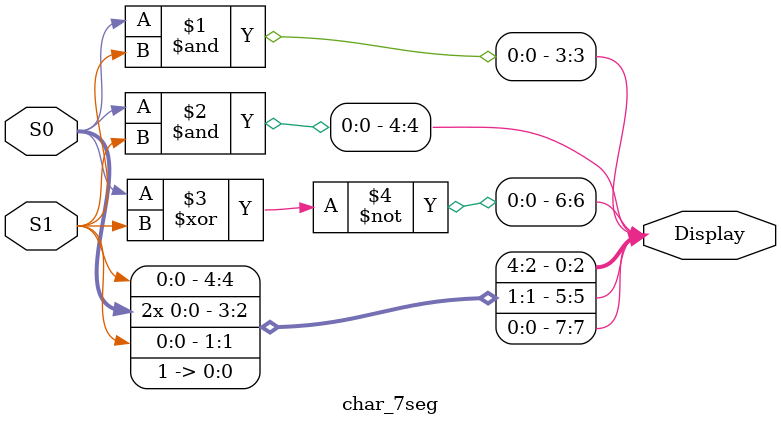
<source format=v>
module part6 (SW, HEX0, HEX1, HEX2, HEX3);
	input  [0:9] SW;		// toggle switches
	output [0:7] HEX0;	// 7-seg displays
	output [0:7] HEX1;	// 7-seg displays
	output [0:7] HEX2;	// 7-seg displays
	output [0:7] HEX3;	// 7-seg displays

	shifter M0 (0, 0, SW[9], SW[8], HEX0);
	shifter M1 (0, 1, SW[9], SW[8], HEX1);
	shifter M2 (1, 0, SW[9], SW[8], HEX2);
	shifter M3 (1, 1, SW[9], SW[8], HEX3);

	
	
endmodule

// implements a 2-bit wide 3-to-1 multiplexer
module shifter (S1, S0, SW1, SW0, HEX);
	input S1, S0, SW1, SW0;
	output [0:7] HEX;
	
	//wire w1;

	assign M0 = (~SW0&S0)|(SW0&~S0); // 3-to-1 multiplexer output

	assign M1 = ((~SW1&~SW0)&S1)|((~SW1&SW0)&(S1^S0))|((SW1&~SW0)&~S1)|((SW1&SW0)&~(S1^S0)); // 3-to-1 multiplexer output
	
	char_7seg H0 (M1, M0, HEX);
endmodule	

// Converts 2-bit input code on C1-0 into 7-bit code that produces
// a character on a 7-segment display. The conversion is defined by:
// 	 C  1 0		Char
// 	----------------
// 	    0 0  	'd'
// 		0 1		'E'
// 		1 0 	'0'
// 		1 1		' ' Blank
//
//    
//
module char_7seg (S1, S0, Display);
	input S0, S1;
	output [0:7] Display;	// output 7-seg code

	/*
	 *       0  
	 *      ---  
	 *     |   |
	 *    5|   |1
	 *     | 6 |
	 *      ---  
	 *     |   |
	 *    4|   |2
	 *     |   |
	 *      ---  
	 *       3  
	 */
	// the following equations describe display functions in cannonical SOP form

	assign Display[0] = S1; 
	assign Display[1] = S0;
	assign Display[2] = S0;
	assign Display[3] = (S0&S1);
	assign Display[4] = (S0&S1);
	assign Display[5] = S1;
	assign Display[6] = ~(S0^S1);
	assign Display[7] = 1;

endmodule


</source>
